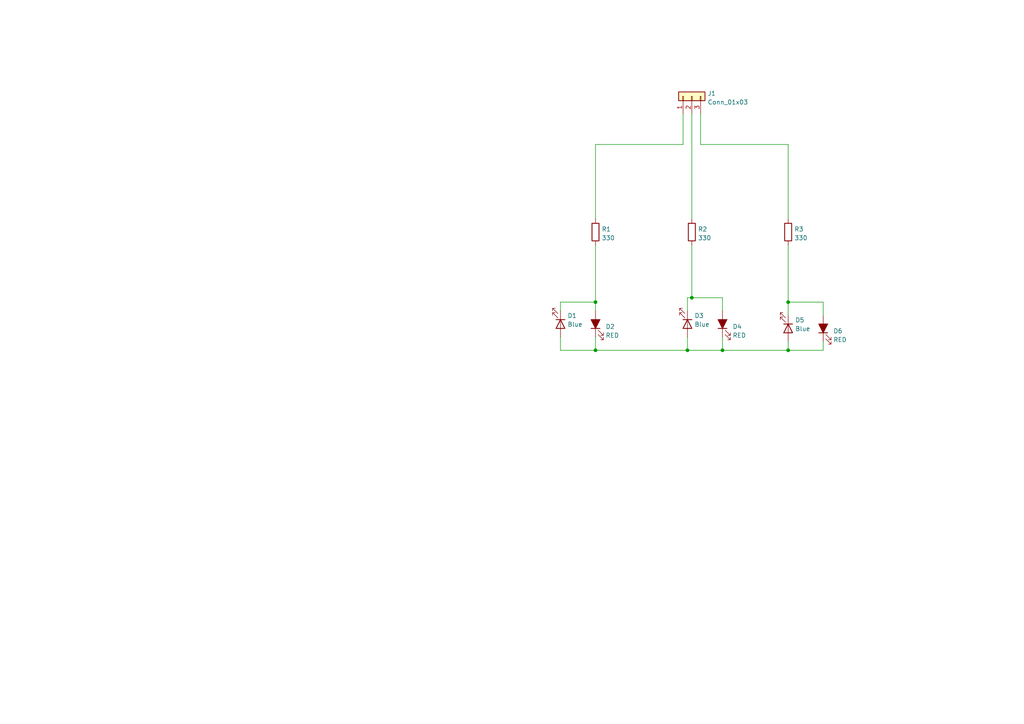
<source format=kicad_sch>
(kicad_sch (version 20230121) (generator eeschema)
  (paper "A4")
  (lib_symbols
    (symbol "Connector_Generic:Conn_01x03" (pin_names (offset 1.016) hide)
      (property "Reference" "J" (at 0 5.08 0))
      (property "Value" "Conn_01x03" (at 0 -5.08 0))
      (symbol "Conn_01x03_1_1"
        (rectangle (start -1.27 -2.413) (end 0 -2.667) (stroke (width 0.1524)))
        (rectangle (start -1.27 0.127) (end 0 -0.127) (stroke (width 0.1524)))
        (rectangle (start -1.27 2.667) (end 0 2.413) (stroke (width 0.1524)))
        (rectangle (start -1.27 3.81) (end 1.27 -3.81) (stroke (width 0.254)) (fill (type background)))
        (pin passive line (at -5.08 2.54 0) (length 3.81) (name "Pin_1") (number "1"))
        (pin passive line (at -5.08 0 0) (length 3.81) (name "Pin_2") (number "2"))
        (pin passive line (at -5.08 -2.54 0) (length 3.81) (name "Pin_3") (number "3"))
      )
    )
    (symbol "Device:LED" (pin_numbers hide) (pin_names (offset 1.016) hide)
      (property "Reference" "D" (at 0 2.54 0))
      (property "Value" "LED" (at 0 -2.54 0))
      (symbol "LED_0_1"
        (polyline (pts (xy -1.27 -1.27) (xy -1.27 1.27)) (stroke (width 0.254)))
        (polyline (pts (xy -1.27 0) (xy 1.27 0)))
        (polyline (pts (xy 1.27 -1.27) (xy 1.27 1.27) (xy -1.27 0) (xy 1.27 -1.27)) (stroke (width 0.254)))
        (polyline (pts (xy -3.048 -0.762) (xy -4.572 -2.286) (xy -3.81 -2.286) (xy -4.572 -2.286) (xy -4.572 -1.524)))
        (polyline (pts (xy -1.778 -0.762) (xy -3.302 -2.286) (xy -2.54 -2.286) (xy -3.302 -2.286) (xy -3.302 -1.524)))
      )
      (symbol "LED_1_1"
        (pin passive line (at -3.81 0 0) (length 2.54) (name "K") (number "1"))
        (pin passive line (at 3.81 0 180) (length 2.54) (name "A") (number "2"))
      )
    )
    (symbol "Device:LED_Filled" (pin_numbers hide) (pin_names (offset 1.016) hide)
      (property "Reference" "D" (at 0 2.54 0))
      (property "Value" "LED_Filled" (at 0 -2.54 0))
      (symbol "LED_Filled_0_1"
        (polyline (pts (xy -1.27 -1.27) (xy -1.27 1.27)) (stroke (width 0.254)))
        (polyline (pts (xy -1.27 0) (xy 1.27 0)))
        (polyline (pts (xy 1.27 -1.27) (xy 1.27 1.27) (xy -1.27 0) (xy 1.27 -1.27)) (stroke (width 0.254)) (fill (type outline)))
        (polyline (pts (xy -3.048 -0.762) (xy -4.572 -2.286) (xy -3.81 -2.286) (xy -4.572 -2.286) (xy -4.572 -1.524)))
        (polyline (pts (xy -1.778 -0.762) (xy -3.302 -2.286) (xy -2.54 -2.286) (xy -3.302 -2.286) (xy -3.302 -1.524)))
      )
      (symbol "LED_Filled_1_1"
        (pin passive line (at -3.81 0 0) (length 2.54) (name "K") (number "1"))
        (pin passive line (at 3.81 0 180) (length 2.54) (name "A") (number "2"))
      )
    )
    (symbol "Device:R" (pin_numbers hide) (pin_names (offset 0))
      (property "Reference" "R" (at 2.032 0 90))
      (property "Value" "R" (at 0 0 90))
      (symbol "R_0_1"
        (rectangle (start -1.016 -2.54) (end 1.016 2.54) (stroke (width 0.254)))
      )
      (symbol "R_1_1"
        (pin passive line (at 0 3.81 270) (length 1.27) (name "~") (number "1"))
        (pin passive line (at 0 -3.81 90) (length 1.27) (name "~") (number "2"))
      )
    )
  )
  (junction (at 228.6 101.6))
  (junction (at 172.72 87.63))
  (junction (at 200.66 86.36))
  (junction (at 228.6 87.63))
  (junction (at 199.39 101.6))
  (junction (at 209.55 101.6))
  (junction (at 172.72 101.6))
  (wire (pts (xy 162.56 97.79) (xy 162.56 101.6)))
  (wire (pts (xy 162.56 101.6) (xy 172.72 101.6)))
  (wire (pts (xy 228.6 99.06) (xy 228.6 101.6)))
  (wire (pts (xy 162.56 87.63) (xy 162.56 90.17)))
  (wire (pts (xy 209.55 97.79) (xy 209.55 101.6)))
  (wire (pts (xy 172.72 101.6) (xy 199.39 101.6)))
  (wire (pts (xy 203.2 41.91) (xy 228.6 41.91)))
  (wire (pts (xy 209.55 101.6) (xy 228.6 101.6)))
  (wire (pts (xy 238.76 91.44) (xy 238.76 87.63)))
  (wire (pts (xy 228.6 87.63) (xy 228.6 91.44)))
  (wire (pts (xy 238.76 87.63) (xy 228.6 87.63)))
  (wire (pts (xy 172.72 97.79) (xy 172.72 101.6)))
  (wire (pts (xy 203.2 33.02) (xy 203.2 41.91)))
  (wire (pts (xy 199.39 97.79) (xy 199.39 101.6)))
  (wire (pts (xy 200.66 86.36) (xy 209.55 86.36)))
  (wire (pts (xy 172.72 87.63) (xy 172.72 90.17)))
  (wire (pts (xy 199.39 86.36) (xy 200.66 86.36)))
  (wire (pts (xy 172.72 41.91) (xy 172.72 63.5)))
  (wire (pts (xy 228.6 101.6) (xy 238.76 101.6)))
  (wire (pts (xy 200.66 33.02) (xy 200.66 63.5)))
  (wire (pts (xy 172.72 71.12) (xy 172.72 87.63)))
  (wire (pts (xy 199.39 90.17) (xy 199.39 86.36)))
  (wire (pts (xy 200.66 71.12) (xy 200.66 86.36)))
  (wire (pts (xy 238.76 99.06) (xy 238.76 101.6)))
  (wire (pts (xy 172.72 87.63) (xy 162.56 87.63)))
  (wire (pts (xy 198.12 33.02) (xy 198.12 41.91)))
  (wire (pts (xy 228.6 41.91) (xy 228.6 63.5)))
  (wire (pts (xy 209.55 86.36) (xy 209.55 90.17)))
  (wire (pts (xy 199.39 101.6) (xy 209.55 101.6)))
  (wire (pts (xy 198.12 41.91) (xy 172.72 41.91)))
  (wire (pts (xy 228.6 71.12) (xy 228.6 87.63)))
  (symbol (lib_id "Device:LED") (at 199.39 93.98 270) (unit 1)
    (property "Reference" "D3" (at 201.422 91.5578 90) (effects (justify left)))
    (property "Value" "Blue" (at 201.422 94.0947 90) (effects (justify left)))
    (property "Footprint" "LED_THT:LED_D5.0mm" (effects hide))
  )
  (symbol (lib_id "Device:R") (at 172.72 67.31 0) (unit 1)
    (property "Reference" "R1" (at 174.498 66.4753 0) (effects (justify left)))
    (property "Value" "330" (at 174.498 69.0122 0) (effects (justify left)))
    (property "Footprint" "Resistor_THT:R_Axial_DIN0414_L11.9mm_D4.5mm_P15.24mm_Horizontal" (effects hide))
  )
  (symbol (lib_id "Connector_Generic:Conn_01x03") (at 200.66 27.94 90) (unit 1)
    (property "Reference" "J1" (at 205.232 27.1053 90) (effects (justify right)))
    (property "Value" "Conn_01x03" (at 205.232 29.6422 90) (effects (justify right)))
    (property "Footprint" "TerminalBlock:TerminalBlock_Altech_AK300-3_P5.00mm" (effects hide))
  )
  (symbol (lib_id "Device:LED_Filled") (at 209.55 93.98 90) (unit 1)
    (property "Reference" "D4" (at 212.471 94.7328 90) (effects (justify right)))
    (property "Value" "RED" (at 212.471 97.2697 90) (effects (justify right)))
    (property "Footprint" "LED_THT:LED_D5.0mm" (effects hide))
  )
  (symbol (lib_id "Device:LED") (at 228.6 95.25 270) (unit 1)
    (property "Reference" "D5" (at 230.632 92.8278 90) (effects (justify left)))
    (property "Value" "Blue" (at 230.632 95.3647 90) (effects (justify left)))
    (property "Footprint" "LED_THT:LED_D5.0mm" (effects hide))
  )
  (symbol (lib_id "Device:R") (at 228.6 67.31 0) (unit 1)
    (property "Reference" "R3" (at 230.378 66.4753 0) (effects (justify left)))
    (property "Value" "330" (at 230.378 69.0122 0) (effects (justify left)))
    (property "Footprint" "Resistor_THT:R_Axial_DIN0414_L11.9mm_D4.5mm_P15.24mm_Horizontal" (effects hide))
  )
  (symbol (lib_id "Device:LED") (at 162.56 93.98 270) (unit 1)
    (property "Reference" "D1" (at 164.592 91.5578 90) (effects (justify left)))
    (property "Value" "Blue" (at 164.592 94.0947 90) (effects (justify left)))
    (property "Footprint" "LED_THT:LED_D5.0mm" (effects hide))
  )
  (symbol (lib_id "Device:LED_Filled") (at 172.72 93.98 90) (unit 1)
    (property "Reference" "D2" (at 175.641 94.7328 90) (effects (justify right)))
    (property "Value" "RED" (at 175.641 97.2697 90) (effects (justify right)))
    (property "Footprint" "LED_THT:LED_D5.0mm" (effects hide))
  )
  (symbol (lib_id "Device:R") (at 200.66 67.31 0) (unit 1)
    (property "Reference" "R2" (at 202.438 66.4753 0) (effects (justify left)))
    (property "Value" "330" (at 202.438 69.0122 0) (effects (justify left)))
    (property "Footprint" "Resistor_THT:R_Axial_DIN0414_L11.9mm_D4.5mm_P15.24mm_Horizontal" (effects hide))
  )
  (symbol (lib_id "Device:LED_Filled") (at 238.76 95.25 90) (unit 1)
    (property "Reference" "D6" (at 241.681 96.0028 90) (effects (justify right)))
    (property "Value" "RED" (at 241.681 98.5397 90) (effects (justify right)))
    (property "Footprint" "LED_THT:LED_D5.0mm" (effects hide))
  )
)
</source>
